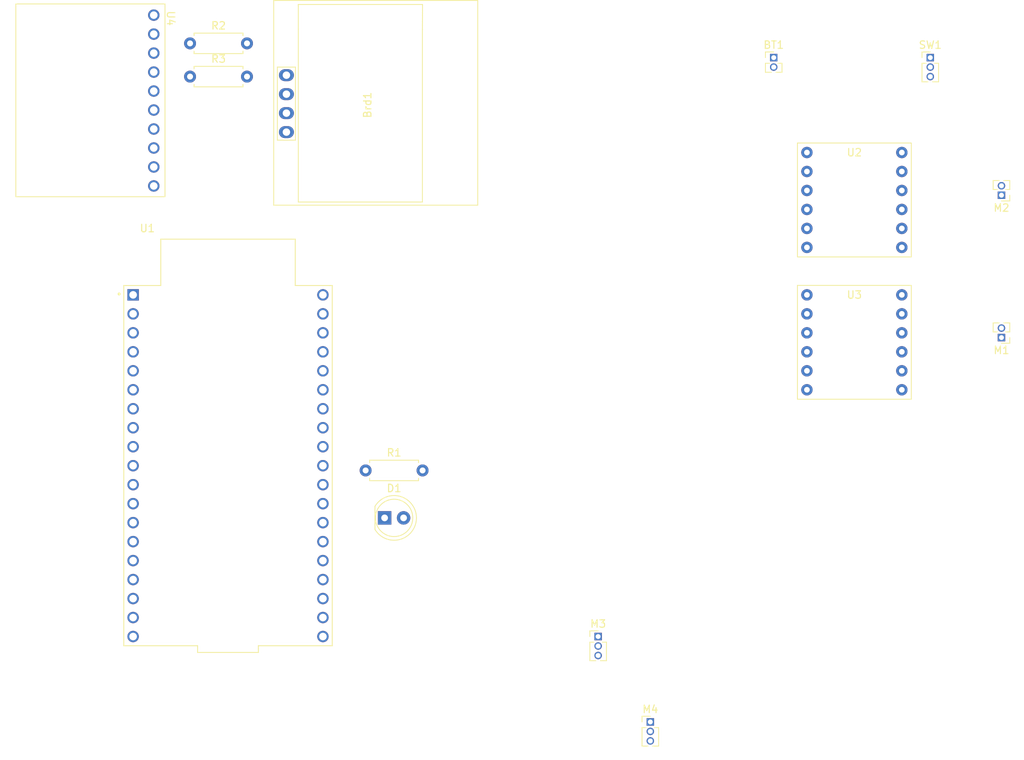
<source format=kicad_pcb>
(kicad_pcb (version 20221018) (generator pcbnew)
  (layers (0 "F.Cu" signal) (31 "B.Cu" signal) (34 "B.Paste" user) (35 "F.Paste" user) (36 "B.SilkS" user "B.Silkscreen") (37 "F.SilkS" user "F.Silkscreen") (38 "B.Mask" user) (39 "F.Mask" user) (44 "Edge.Cuts" user))
  (net 0 "")
  (net 1 "Net-(Brd1-SDA)")
  (net 2 "Net-(Brd1-SCL)")
  (net 3 "GND")
  (net 4 "+3.3V")
  (net 5 "VCC")
  (net 6 "Net-(D1-A)")
  (net 7 "Net-(M1-+)")
  (net 8 "Net-(M1--)")
  (net 9 "Net-(M2-+)")
  (net 10 "Net-(M2--)")
  (net 11 "Net-(M3-PWM)")
  (net 12 "Net-(M4-PWM)")
  (net 13 "Net-(U1-IO5)")
  (net 14 "Net-(U1-IO16)")
  (net 15 "Net-(U1-IO18)")
  (net 21 "Net-(U1-IO25)")
  (net 22 "Net-(U1-IO26)")
  (net 25 "Net-(U1-IO12)")
  (net 26 "Net-(U1-IO13)")
  (net 36 "Net-(U1-IO4)")
  (net 37 "Net-(U1-IO17)")
  (net 38 "Net-(U1-IO19)")
  (net 49 "Net-(BT1-+)")
  (footprint "Connector_PinHeader_1.27mm:PinHeader_1x03_P1.27mm_Vertical" (layer "F.Cu") (at 129.54 132.715)
    (fp_text reference "M4" (at 0 -1.695) (layer "F.SilkS"))
    (fp_text value "SG90")
    (fp_line (start -1.11 -0.76) (end 0 -0.76) (stroke (width 0.12)) (layer "F.SilkS"))
    (fp_line (start -1.11 0) (end -1.11 -0.76) (stroke (width 0.12)) (layer "F.SilkS"))
    (fp_line (start -1.11 0.76) (end -1.11 3.235) (stroke (width 0.12)) (layer "F.SilkS"))
    (fp_line (start -1.11 0.76) (end -0.563471 0.76) (stroke (width 0.12)) (layer "F.SilkS"))
    (fp_line (start -1.11 3.235) (end -0.30753 3.235) (stroke (width 0.12)) (layer "F.SilkS"))
    (fp_line (start 0.30753 3.235) (end 1.11 3.235) (stroke (width 0.12)) (layer "F.SilkS"))
    (fp_line (start 0.563471 0.76) (end 1.11 0.76) (stroke (width 0.12)) (layer "F.SilkS"))
    (fp_line (start 1.11 0.76) (end 1.11 3.235) (stroke (width 0.12)) (layer "F.SilkS"))
    (pad "1" thru_hole rect (at 0 0) (size 1 1) (drill 0.65) (layers "*.Cu" "*.Mask") (net 12 "Net-(M4-PWM)"))
    (pad "2" thru_hole oval (at 0 1.27) (size 1 1) (drill 0.65) (layers "*.Cu" "*.Mask") (net 4 "+3.3V"))
    (pad "3" thru_hole oval (at 0 2.54) (size 1 1) (drill 0.65) (layers "*.Cu" "*.Mask") (net 3 "GND"))
  )
  (footprint "Connector_PinHeader_1.27mm:PinHeader_1x02_P1.27mm_Vertical" (layer "F.Cu") (at 176.53 62.23 180)
    (fp_text reference "M2" (at 0 -1.695) (layer "F.SilkS"))
    (fp_text value "FA-130")
    (fp_line (start -1.11 -0.76) (end 0 -0.76) (stroke (width 0.12)) (layer "F.SilkS"))
    (fp_line (start -1.11 0) (end -1.11 -0.76) (stroke (width 0.12)) (layer "F.SilkS"))
    (fp_line (start -1.11 0.76) (end -1.11 1.965) (stroke (width 0.12)) (layer "F.SilkS"))
    (fp_line (start -1.11 0.76) (end -0.563471 0.76) (stroke (width 0.12)) (layer "F.SilkS"))
    (fp_line (start -1.11 1.965) (end -0.30753 1.965) (stroke (width 0.12)) (layer "F.SilkS"))
    (fp_line (start 0.30753 1.965) (end 1.11 1.965) (stroke (width 0.12)) (layer "F.SilkS"))
    (fp_line (start 0.563471 0.76) (end 1.11 0.76) (stroke (width 0.12)) (layer "F.SilkS"))
    (fp_line (start 1.11 0.76) (end 1.11 1.965) (stroke (width 0.12)) (layer "F.SilkS"))
    (pad "1" thru_hole rect (at 0 0 180) (size 1 1) (drill 0.65) (layers "*.Cu" "*.Mask") (net 9 "Net-(M2-+)"))
    (pad "2" thru_hole oval (at 0 1.27 180) (size 1 1) (drill 0.65) (layers "*.Cu" "*.Mask") (net 10 "Net-(M2--)"))
  )
  (footprint "Connector_PinHeader_1.27mm:PinHeader_1x02_P1.27mm_Vertical" (layer "F.Cu") (at 176.53 81.28 180)
    (fp_text reference "M1" (at 0 -1.695) (layer "F.SilkS"))
    (fp_text value "FA-130")
    (fp_line (start -1.11 -0.76) (end 0 -0.76) (stroke (width 0.12)) (layer "F.SilkS"))
    (fp_line (start -1.11 0) (end -1.11 -0.76) (stroke (width 0.12)) (layer "F.SilkS"))
    (fp_line (start -1.11 0.76) (end -1.11 1.965) (stroke (width 0.12)) (layer "F.SilkS"))
    (fp_line (start -1.11 0.76) (end -0.563471 0.76) (stroke (width 0.12)) (layer "F.SilkS"))
    (fp_line (start -1.11 1.965) (end -0.30753 1.965) (stroke (width 0.12)) (layer "F.SilkS"))
    (fp_line (start 0.30753 1.965) (end 1.11 1.965) (stroke (width 0.12)) (layer "F.SilkS"))
    (fp_line (start 0.563471 0.76) (end 1.11 0.76) (stroke (width 0.12)) (layer "F.SilkS"))
    (fp_line (start 1.11 0.76) (end 1.11 1.965) (stroke (width 0.12)) (layer "F.SilkS"))
    (pad "1" thru_hole rect (at 0 0 180) (size 1 1) (drill 0.65) (layers "*.Cu" "*.Mask") (net 7 "Net-(M1-+)"))
    (pad "2" thru_hole oval (at 0 1.27 180) (size 1 1) (drill 0.65) (layers "*.Cu" "*.Mask") (net 8 "Net-(M1--)"))
  )
  (footprint "ESP32-DEVKITC:MODULE_ESP32-DEVKITC" (layer "F.Cu") (at 73.025 98.415)
    (fp_text reference "U1" (at -10.795 -31.75) (layer "F.SilkS"))
    (fp_text value "ESP32-DEVKITC")
    (fp_line (start -13.95 -24.1) (end -13.95 24.1) (stroke (width 0.127)) (layer "F.SilkS"))
    (fp_line (start -13.95 24.1) (end -4.07 24.1) (stroke (width 0.127)) (layer "F.SilkS"))
    (fp_line (start -9 -30.3) (end 9 -30.3) (stroke (width 0.127)) (layer "F.SilkS"))
    (fp_line (start -9 -24.1) (end -13.95 -24.1) (stroke (width 0.127)) (layer "F.SilkS"))
    (fp_line (start -9 -24.1) (end -9 -30.3) (stroke (width 0.127)) (layer "F.SilkS"))
    (fp_line (start -4.07 24.1) (end -4.07 25) (stroke (width 0.127)) (layer "F.SilkS"))
    (fp_line (start -4.07 25) (end 4.06 25) (stroke (width 0.127)) (layer "F.SilkS"))
    (fp_line (start 4.06 24.1) (end 13.95 24.1) (stroke (width 0.127)) (layer "F.SilkS"))
    (fp_line (start 4.06 25) (end 4.06 24.1) (stroke (width 0.127)) (layer "F.SilkS"))
    (fp_line (start 9 -30.3) (end 9 -24.1) (stroke (width 0.127)) (layer "F.SilkS"))
    (fp_line (start 13.95 -24.1) (end 9 -24.1) (stroke (width 0.127)) (layer "F.SilkS"))
    (fp_line (start 13.95 24.1) (end 13.95 -24.1) (stroke (width 0.127)) (layer "F.SilkS"))
    (fp_circle (center -14.57 -22.97) (end -14.47 -22.97) (stroke (width 0.2)) (fill none) (layer "F.SilkS"))
    (pad "1" thru_hole rect (at -12.7 -22.85) (size 1.53 1.53) (drill 1.02) (layers "*.Cu" "*.Mask") (net 4 "+3.3V"))
    (pad "2" thru_hole circle (at -12.7 -20.31) (size 1.53 1.53) (drill 1.02) (layers "*.Cu" "*.Mask"))
    (pad "3" thru_hole circle (at -12.7 -17.77) (size 1.53 1.53) (drill 1.02) (layers "*.Cu" "*.Mask"))
    (pad "4" thru_hole circle (at -12.7 -15.23) (size 1.53 1.53) (drill 1.02) (layers "*.Cu" "*.Mask"))
    (pad "5" thru_hole circle (at -12.7 -12.69) (size 1.53 1.53) (drill 1.02) (layers "*.Cu" "*.Mask"))
    (pad "6" thru_hole circle (at -12.7 -10.15) (size 1.53 1.53) (drill 1.02) (layers "*.Cu" "*.Mask"))
    (pad "7" thru_hole circle (at -12.7 -7.61) (size 1.53 1.53) (drill 1.02) (layers "*.Cu" "*.Mask") (net 11 "Net-(M3-PWM)"))
    (pad "8" thru_hole circle (at -12.7 -5.07) (size 1.53 1.53) (drill 1.02) (layers "*.Cu" "*.Mask") (net 12 "Net-(M4-PWM)"))
    (pad "9" thru_hole circle (at -12.7 -2.53) (size 1.53 1.53) (drill 1.02) (layers "*.Cu" "*.Mask") (net 21 "Net-(U1-IO25)"))
    (pad "10" thru_hole circle (at -12.7 0.01) (size 1.53 1.53) (drill 1.02) (layers "*.Cu" "*.Mask") (net 22 "Net-(U1-IO26)"))
    (pad "11" thru_hole circle (at -12.7 2.55) (size 1.53 1.53) (drill 1.02) (layers "*.Cu" "*.Mask"))
    (pad "12" thru_hole circle (at -12.7 5.09) (size 1.53 1.53) (drill 1.02) (layers "*.Cu" "*.Mask"))
    (pad "13" thru_hole circle (at -12.7 7.63) (size 1.53 1.53) (drill 1.02) (layers "*.Cu" "*.Mask") (net 25 "Net-(U1-IO12)"))
    (pad "14" thru_hole circle (at -12.7 10.17) (size 1.53 1.53) (drill 1.02) (layers "*.Cu" "*.Mask") (net 3 "GND"))
    (pad "15" thru_hole circle (at -12.7 12.71) (size 1.53 1.53) (drill 1.02) (layers "*.Cu" "*.Mask") (net 26 "Net-(U1-IO13)"))
    (pad "16" thru_hole circle (at -12.7 15.25) (size 1.53 1.53) (drill 1.02) (layers "*.Cu" "*.Mask"))
    (pad "17" thru_hole circle (at -12.7 17.79) (size 1.53 1.53) (drill 1.02) (layers "*.Cu" "*.Mask"))
    (pad "18" thru_hole circle (at -12.7 20.33) (size 1.53 1.53) (drill 1.02) (layers "*.Cu" "*.Mask"))
    (pad "19" thru_hole circle (at -12.7 22.87) (size 1.53 1.53) (drill 1.02) (layers "*.Cu" "*.Mask") (net 5 "VCC"))
    (pad "20" thru_hole circle (at 12.7 22.87) (size 1.53 1.53) (drill 1.02) (layers "*.Cu" "*.Mask"))
    (pad "21" thru_hole circle (at 12.7 20.33) (size 1.53 1.53) (drill 1.02) (layers "*.Cu" "*.Mask"))
    (pad "22" thru_hole circle (at 12.7 17.79) (size 1.53 1.53) (drill 1.02) (layers "*.Cu" "*.Mask"))
    (pad "23" thru_hole circle (at 12.7 15.25) (size 1.53 1.53) (drill 1.02) (layers "*.Cu" "*.Mask"))
    (pad "24" thru_hole circle (at 12.7 12.71) (size 1.53 1.53) (drill 1.02) (layers "*.Cu" "*.Mask"))
    (pad "25" thru_hole circle (at 12.7 10.17) (size 1.53 1.53) (drill 1.02) (layers "*.Cu" "*.Mask"))
    (pad "26" thru_hole circle (at 12.7 7.63) (size 1.53 1.53) (drill 1.02) (layers "*.Cu" "*.Mask") (net 36 "Net-(U1-IO4)"))
    (pad "27" thru_hole circle (at 12.7 5.09) (size 1.53 1.53) (drill 1.02) (layers "*.Cu" "*.Mask") (net 14 "Net-(U1-IO16)"))
    (pad "28" thru_hole circle (at 12.7 2.55) (size 1.53 1.53) (drill 1.02) (layers "*.Cu" "*.Mask") (net 37 "Net-(U1-IO17)"))
    (pad "29" thru_hole circle (at 12.7 0.01) (size 1.53 1.53) (drill 1.02) (layers "*.Cu" "*.Mask") (net 13 "Net-(U1-IO5)"))
    (pad "30" thru_hole circle (at 12.7 -2.53) (size 1.53 1.53) (drill 1.02) (layers "*.Cu" "*.Mask") (net 15 "Net-(U1-IO18)"))
    (pad "31" thru_hole circle (at 12.7 -5.07) (size 1.53 1.53) (drill 1.02) (layers "*.Cu" "*.Mask") (net 38 "Net-(U1-IO19)"))
    (pad "32" thru_hole circle (at 12.7 -7.61) (size 1.53 1.53) (drill 1.02) (layers "*.Cu" "*.Mask") (net 3 "GND"))
    (pad "33" thru_hole circle (at 12.7 -10.15) (size 1.53 1.53) (drill 1.02) (layers "*.Cu" "*.Mask") (net 1 "Net-(Brd1-SDA)"))
    (pad "34" thru_hole circle (at 12.7 -12.69) (size 1.53 1.53) (drill 1.02) (layers "*.Cu" "*.Mask"))
    (pad "35" thru_hole circle (at 12.7 -15.23) (size 1.53 1.53) (drill 1.02) (layers "*.Cu" "*.Mask"))
    (pad "36" thru_hole circle (at 12.7 -17.77) (size 1.53 1.53) (drill 1.02) (layers "*.Cu" "*.Mask") (net 2 "Net-(Brd1-SCL)"))
    (pad "37" thru_hole circle (at 12.7 -20.31) (size 1.53 1.53) (drill 1.02) (layers "*.Cu" "*.Mask"))
    (pad "38" thru_hole circle (at 12.7 -22.85) (size 1.53 1.53) (drill 1.02) (layers "*.Cu" "*.Mask"))
  )
  (footprint "SSD1306:128x64OLED" (layer "F.Cu") (at 91.44 50.165 90)
    (fp_text reference "Brd1" (at 0 0.254 90) (layer "F.SilkS"))
    (fp_text value "SSD1306")
    (fp_line (start -13.4 -12.3) (end 14 -12.3) (stroke (width 0.12)) (layer "F.SilkS"))
    (fp_line (start -13.4 15) (end -13.4 -12.3) (stroke (width 0.12)) (layer "F.SilkS"))
    (fp_line (start -12.978 -9.005) (end 10.122 -9.005) (stroke (width 0.12)) (layer "F.SilkS"))
    (fp_line (start -12.978 7.595) (end -12.978 -9.005) (stroke (width 0.12)) (layer "F.SilkS"))
    (fp_line (start -4.699 -11.811) (end -4.699 -9.398) (stroke (width 0.12)) (layer "F.SilkS"))
    (fp_line (start -4.699 -11.811) (end 5.08 -11.811) (stroke (width 0.12)) (layer "F.SilkS"))
    (fp_line (start 5.08 -11.811) (end 5.08 -9.398) (stroke (width 0.12)) (layer "F.SilkS"))
    (fp_line (start 5.08 -9.398) (end -4.699 -9.398) (stroke (width 0.12)) (layer "F.SilkS"))
    (fp_line (start 10.122 -9.005) (end 13.208 -9.005) (stroke (width 0.12)) (layer "F.SilkS"))
    (fp_line (start 10.122 7.595) (end -12.978 7.595) (stroke (width 0.12)) (layer "F.SilkS"))
    (fp_line (start 10.122 7.595) (end 13.462 7.62) (stroke (width 0.12)) (layer "F.SilkS"))
    (fp_line (start 13.462 -9.017) (end 13.208 -9.005) (stroke (width 0.12)) (layer "F.SilkS"))
    (fp_line (start 13.462 7.62) (end 13.462 -9.017) (stroke (width 0.12)) (layer "F.SilkS"))
    (fp_line (start 14 -12.3) (end 14 15) (stroke (width 0.12)) (layer "F.SilkS"))
    (fp_line (start 14 15) (end -13.4 15) (stroke (width 0.12)) (layer "F.SilkS"))
    (pad "1" thru_hole oval (at -3.62 -10.6 180) (size 2 1.6) (drill 1) (layers "*.Cu" "*.Mask") (net 3 "GND"))
    (pad "2" thru_hole oval (at -1.08 -10.6 180) (size 2 1.6) (drill 1) (layers "*.Cu" "*.Mask") (net 4 "+3.3V"))
    (pad "3" thru_hole oval (at 1.46 -10.6 180) (size 2 1.6) (drill 1) (layers "*.Cu" "*.Mask") (net 2 "Net-(Brd1-SCL)"))
    (pad "4" thru_hole oval (at 4 -10.6 180) (size 2 1.6) (drill 1) (layers "*.Cu" "*.Mask") (net 1 "Net-(Brd1-SDA)"))
  )
  (footprint "Resistor_THT:R_Axial_DIN0207_L6.3mm_D2.5mm_P7.62mm_Horizontal" (layer "F.Cu") (at 67.945 41.91)
    (fp_text reference "R2" (at 3.81 -2.37) (layer "F.SilkS"))
    (fp_text value "10kΩ")
    (fp_line (start 0.54 -1.37) (end 7.08 -1.37) (stroke (width 0.12)) (layer "F.SilkS"))
    (fp_line (start 0.54 -1.04) (end 0.54 -1.37) (stroke (width 0.12)) (layer "F.SilkS"))
    (fp_line (start 0.54 1.04) (end 0.54 1.37) (stroke (width 0.12)) (layer "F.SilkS"))
    (fp_line (start 0.54 1.37) (end 7.08 1.37) (stroke (width 0.12)) (layer "F.SilkS"))
    (fp_line (start 7.08 -1.37) (end 7.08 -1.04) (stroke (width 0.12)) (layer "F.SilkS"))
    (fp_line (start 7.08 1.37) (end 7.08 1.04) (stroke (width 0.12)) (layer "F.SilkS"))
    (pad "1" thru_hole circle (at 0 0) (size 1.6 1.6) (drill 0.8) (layers "*.Cu" "*.Mask") (net 4 "+3.3V"))
    (pad "2" thru_hole oval (at 7.62 0) (size 1.6 1.6) (drill 0.8) (layers "*.Cu" "*.Mask") (net 14 "Net-(U1-IO16)"))
  )
  (footprint "Resistor_THT:R_Axial_DIN0207_L6.3mm_D2.5mm_P7.62mm_Horizontal" (layer "F.Cu") (at 91.44 99.06)
    (fp_text reference "R1" (at 3.81 -2.37) (layer "F.SilkS"))
    (fp_text value "330Ω")
    (fp_line (start 0.54 -1.37) (end 7.08 -1.37) (stroke (width 0.12)) (layer "F.SilkS"))
    (fp_line (start 0.54 -1.04) (end 0.54 -1.37) (stroke (width 0.12)) (layer "F.SilkS"))
    (fp_line (start 0.54 1.04) (end 0.54 1.37) (stroke (width 0.12)) (layer "F.SilkS"))
    (fp_line (start 0.54 1.37) (end 7.08 1.37) (stroke (width 0.12)) (layer "F.SilkS"))
    (fp_line (start 7.08 -1.37) (end 7.08 -1.04) (stroke (width 0.12)) (layer "F.SilkS"))
    (fp_line (start 7.08 1.37) (end 7.08 1.04) (stroke (width 0.12)) (layer "F.SilkS"))
    (pad "1" thru_hole circle (at 0 0) (size 1.6 1.6) (drill 0.8) (layers "*.Cu" "*.Mask") (net 13 "Net-(U1-IO5)"))
    (pad "2" thru_hole oval (at 7.62 0) (size 1.6 1.6) (drill 0.8) (layers "*.Cu" "*.Mask") (net 6 "Net-(D1-A)"))
  )
  (footprint "SWITCH_SCIENCE:BD65496MUV" (layer "F.Cu") (at 156.845 62.865)
    (fp_text reference "U2" (at 0 -6.35 unlocked) (layer "F.SilkS"))
    (fp_text value "BD65496MUV")
    (fp_rect (start -7.62 -7.62) (end 7.62 7.62) (stroke (width 0.12)) (fill none) (layer "F.SilkS"))
    (pad "1" thru_hole circle (at -6.35 -6.35) (size 1.524 1.524) (drill 0.762) (layers "*.Cu" "*.Mask") (net 4 "+3.3V"))
    (pad "2" thru_hole circle (at -6.35 -3.81) (size 1.524 1.524) (drill 0.762) (layers "*.Cu" "*.Mask"))
    (pad "3" thru_hole circle (at -6.35 -1.27) (size 1.524 1.524) (drill 0.762) (layers "*.Cu" "*.Mask"))
    (pad "4" thru_hole circle (at -6.35 1.27) (size 1.524 1.524) (drill 0.762) (layers "*.Cu" "*.Mask") (net 25 "Net-(U1-IO12)"))
    (pad "5" thru_hole circle (at -6.35 3.81) (size 1.524 1.524) (drill 0.762) (layers "*.Cu" "*.Mask") (net 26 "Net-(U1-IO13)"))
    (pad "6" thru_hole circle (at -6.35 6.35) (size 1.524 1.524) (drill 0.762) (layers "*.Cu" "*.Mask") (net 4 "+3.3V"))
    (pad "7" thru_hole circle (at 6.35 -6.35) (size 1.524 1.524) (drill 0.762) (layers "*.Cu" "*.Mask") (net 4 "+3.3V"))
    (pad "8" thru_hole circle (at 6.35 -3.81) (size 1.524 1.524) (drill 0.762) (layers "*.Cu" "*.Mask") (net 3 "GND"))
    (pad "9" thru_hole circle (at 6.35 -1.27) (size 1.524 1.524) (drill 0.762) (layers "*.Cu" "*.Mask") (net 10 "Net-(M2--)"))
    (pad "10" thru_hole circle (at 6.35 1.27) (size 1.524 1.524) (drill 0.762) (layers "*.Cu" "*.Mask") (net 9 "Net-(M2-+)"))
    (pad "11" thru_hole circle (at 6.35 3.81) (size 1.524 1.524) (drill 0.762) (layers "*.Cu" "*.Mask") (net 5 "VCC"))
    (pad "12" thru_hole circle (at 6.35 6.35) (size 1.524 1.524) (drill 0.762) (layers "*.Cu" "*.Mask") (net 3 "GND"))
  )
  (footprint "LED_THT:LED_D5.0mm" (layer "F.Cu") (at 93.98 105.41)
    (fp_text reference "D1" (at 1.27 -3.96) (layer "F.SilkS"))
    (fp_text value "LED")
    (fp_line (start -1.29 -1.545) (end -1.29 1.545) (stroke (width 0.12)) (layer "F.SilkS"))
    (fp_arc (start -1.29 -1.54483) (mid 2.072002 -2.880433) (end 4.26 0.000462) (stroke (width 0.12)) (layer "F.SilkS"))
    (fp_arc (start 4.26 -0.000462) (mid 2.072002 2.880433) (end -1.29 1.54483) (stroke (width 0.12)) (layer "F.SilkS"))
    (fp_circle (center 1.27 0) (end 3.77 0) (stroke (width 0.12)) (fill none) (layer "F.SilkS"))
    (pad "1" thru_hole rect (at 0 0) (size 1.8 1.8) (drill 0.9) (layers "*.Cu" "*.Mask") (net 3 "GND"))
    (pad "2" thru_hole circle (at 2.54 0) (size 1.8 1.8) (drill 0.9) (layers "*.Cu" "*.Mask") (net 6 "Net-(D1-A)"))
  )
  (footprint "Connector_PinHeader_1.27mm:PinHeader_1x03_P1.27mm_Vertical" (layer "F.Cu") (at 167.005 43.815)
    (fp_text reference "SW1" (at 0 -1.695) (layer "F.SilkS"))
    (fp_text value "SW_SPST")
    (fp_line (start -1.11 -0.76) (end 0 -0.76) (stroke (width 0.12)) (layer "F.SilkS"))
    (fp_line (start -1.11 0) (end -1.11 -0.76) (stroke (width 0.12)) (layer "F.SilkS"))
    (fp_line (start -1.11 0.76) (end -1.11 3.235) (stroke (width 0.12)) (layer "F.SilkS"))
    (fp_line (start -1.11 0.76) (end -0.563471 0.76) (stroke (width 0.12)) (layer "F.SilkS"))
    (fp_line (start -1.11 3.235) (end -0.30753 3.235) (stroke (width 0.12)) (layer "F.SilkS"))
    (fp_line (start 0.30753 3.235) (end 1.11 3.235) (stroke (width 0.12)) (layer "F.SilkS"))
    (fp_line (start 0.563471 0.76) (end 1.11 0.76) (stroke (width 0.12)) (layer "F.SilkS"))
    (fp_line (start 1.11 0.76) (end 1.11 3.235) (stroke (width 0.12)) (layer "F.SilkS"))
    (pad "1" thru_hole rect (at 0 0) (size 1 1) (drill 0.65) (layers "*.Cu" "*.Mask") (net 5 "VCC"))
    (pad "2" thru_hole oval (at 0 1.27) (size 1 1) (drill 0.65) (layers "*.Cu" "*.Mask") (net 49 "Net-(BT1-+)"))
    (pad "3" thru_hole oval (at 0 2.54) (size 1 1) (drill 0.65) (layers "*.Cu" "*.Mask"))
  )
  (footprint "Connector_PinHeader_1.27mm:PinHeader_1x03_P1.27mm_Vertical" (layer "F.Cu") (at 122.555 121.285)
    (fp_text reference "M3" (at 0 -1.695) (layer "F.SilkS"))
    (fp_text value "SG90")
    (fp_line (start -1.11 -0.76) (end 0 -0.76) (stroke (width 0.12)) (layer "F.SilkS"))
    (fp_line (start -1.11 0) (end -1.11 -0.76) (stroke (width 0.12)) (layer "F.SilkS"))
    (fp_line (start -1.11 0.76) (end -1.11 3.235) (stroke (width 0.12)) (layer "F.SilkS"))
    (fp_line (start -1.11 0.76) (end -0.563471 0.76) (stroke (width 0.12)) (layer "F.SilkS"))
    (fp_line (start -1.11 3.235) (end -0.30753 3.235) (stroke (width 0.12)) (layer "F.SilkS"))
    (fp_line (start 0.30753 3.235) (end 1.11 3.235) (stroke (width 0.12)) (layer "F.SilkS"))
    (fp_line (start 0.563471 0.76) (end 1.11 0.76) (stroke (width 0.12)) (layer "F.SilkS"))
    (fp_line (start 1.11 0.76) (end 1.11 3.235) (stroke (width 0.12)) (layer "F.SilkS"))
    (pad "1" thru_hole rect (at 0 0) (size 1 1) (drill 0.65) (layers "*.Cu" "*.Mask") (net 11 "Net-(M3-PWM)"))
    (pad "2" thru_hole oval (at 0 1.27) (size 1 1) (drill 0.65) (layers "*.Cu" "*.Mask") (net 4 "+3.3V"))
    (pad "3" thru_hole oval (at 0 2.54) (size 1 1) (drill 0.65) (layers "*.Cu" "*.Mask") (net 3 "GND"))
  )
  (footprint "SWITCH_SCIENCE:BD65496MUV" (layer "F.Cu") (at 156.845 81.915)
    (fp_text reference "U3" (at 0 -6.35 unlocked) (layer "F.SilkS"))
    (fp_text value "BD65496MUV")
    (fp_rect (start -7.62 -7.62) (end 7.62 7.62) (stroke (width 0.12)) (fill none) (layer "F.SilkS"))
    (pad "1" thru_hole circle (at -6.35 -6.35) (size 1.524 1.524) (drill 0.762) (layers "*.Cu" "*.Mask") (net 4 "+3.3V"))
    (pad "2" thru_hole circle (at -6.35 -3.81) (size 1.524 1.524) (drill 0.762) (layers "*.Cu" "*.Mask"))
    (pad "3" thru_hole circle (at -6.35 -1.27) (size 1.524 1.524) (drill 0.762) (layers "*.Cu" "*.Mask"))
    (pad "4" thru_hole circle (at -6.35 1.27) (size 1.524 1.524) (drill 0.762) (layers "*.Cu" "*.Mask") (net 21 "Net-(U1-IO25)"))
    (pad "5" thru_hole circle (at -6.35 3.81) (size 1.524 1.524) (drill 0.762) (layers "*.Cu" "*.Mask") (net 22 "Net-(U1-IO26)"))
    (pad "6" thru_hole circle (at -6.35 6.35) (size 1.524 1.524) (drill 0.762) (layers "*.Cu" "*.Mask") (net 4 "+3.3V"))
    (pad "7" thru_hole circle (at 6.35 -6.35) (size 1.524 1.524) (drill 0.762) (layers "*.Cu" "*.Mask") (net 4 "+3.3V"))
    (pad "8" thru_hole circle (at 6.35 -3.81) (size 1.524 1.524) (drill 0.762) (layers "*.Cu" "*.Mask") (net 3 "GND"))
    (pad "9" thru_hole circle (at 6.35 -1.27) (size 1.524 1.524) (drill 0.762) (layers "*.Cu" "*.Mask") (net 8 "Net-(M1--)"))
    (pad "10" thru_hole circle (at 6.35 1.27) (size 1.524 1.524) (drill 0.762) (layers "*.Cu" "*.Mask") (net 7 "Net-(M1-+)"))
    (pad "11" thru_hole circle (at 6.35 3.81) (size 1.524 1.524) (drill 0.762) (layers "*.Cu" "*.Mask") (net 5 "VCC"))
    (pad "12" thru_hole circle (at 6.35 6.35) (size 1.524 1.524) (drill 0.762) (layers "*.Cu" "*.Mask") (net 3 "GND"))
  )
  (footprint "Akizuki_Library:microSD-DIP-Kit" (layer "F.Cu") (at 64.36 49.56 -90)
    (fp_text reference "U4" (at -11 -1 -90 unlocked) (layer "F.SilkS"))
    (fp_text value "microSD-DIP-KIT")
    (fp_rect (start -12.93 -0.23) (end 12.87 19.73) (stroke (width 0.12)) (fill none) (layer "F.SilkS"))
    (pad "1" thru_hole circle (at 11.43 1.27 270) (size 1.53 1.53) (drill 1.02) (layers "*.Cu" "*.Mask"))
    (pad "2" thru_hole circle (at 8.89 1.27 270) (size 1.53 1.53) (drill 1.02) (layers "*.Cu" "*.Mask") (net 14 "Net-(U1-IO16)"))
    (pad "3" thru_hole circle (at 6.35 1.27 270) (size 1.53 1.53) (drill 1.02) (layers "*.Cu" "*.Mask") (net 37 "Net-(U1-IO17)"))
    (pad "4" thru_hole circle (at 3.81 1.27 270) (size 1.53 1.53) (drill 1.02) (layers "*.Cu" "*.Mask") (net 4 "+3.3V"))
    (pad "5" thru_hole circle (at 1.27 1.27 270) (size 1.53 1.53) (drill 1.02) (layers "*.Cu" "*.Mask") (net 15 "Net-(U1-IO18)"))
    (pad "6" thru_hole circle (at -1.27 1.27 270) (size 1.53 1.53) (drill 1.02) (layers "*.Cu" "*.Mask") (net 3 "GND"))
    (pad "7" thru_hole circle (at -3.81 1.27 270) (size 1.53 1.53) (drill 1.02) (layers "*.Cu" "*.Mask") (net 38 "Net-(U1-IO19)"))
    (pad "8" thru_hole circle (at -6.35 1.27 270) (size 1.53 1.53) (drill 1.02) (layers "*.Cu" "*.Mask"))
    (pad "9" thru_hole circle (at -8.89 1.27 270) (size 1.53 1.53) (drill 1.02) (layers "*.Cu" "*.Mask") (net 3 "GND"))
    (pad "10" thru_hole circle (at -11.43 1.27 270) (size 1.53 1.53) (drill 1.02) (layers "*.Cu" "*.Mask") (net 36 "Net-(U1-IO4)"))
  )
  (footprint "Resistor_THT:R_Axial_DIN0207_L6.3mm_D2.5mm_P7.62mm_Horizontal" (layer "F.Cu") (at 67.945 46.355)
    (fp_text reference "R3" (at 3.81 -2.37) (layer "F.SilkS"))
    (fp_text value "10kΩ")
    (fp_line (start 0.54 -1.37) (end 7.08 -1.37) (stroke (width 0.12)) (layer "F.SilkS"))
    (fp_line (start 0.54 -1.04) (end 0.54 -1.37) (stroke (width 0.12)) (layer "F.SilkS"))
    (fp_line (start 0.54 1.04) (end 0.54 1.37) (stroke (width 0.12)) (layer "F.SilkS"))
    (fp_line (start 0.54 1.37) (end 7.08 1.37) (stroke (width 0.12)) (layer "F.SilkS"))
    (fp_line (start 7.08 -1.37) (end 7.08 -1.04) (stroke (width 0.12)) (layer "F.SilkS"))
    (fp_line (start 7.08 1.37) (end 7.08 1.04) (stroke (width 0.12)) (layer "F.SilkS"))
    (pad "1" thru_hole circle (at 0 0) (size 1.6 1.6) (drill 0.8) (layers "*.Cu" "*.Mask") (net 4 "+3.3V"))
    (pad "2" thru_hole oval (at 7.62 0) (size 1.6 1.6) (drill 0.8) (layers "*.Cu" "*.Mask") (net 15 "Net-(U1-IO18)"))
  )
  (footprint "Connector_PinHeader_1.27mm:PinHeader_1x02_P1.27mm_Vertical" (layer "F.Cu") (at 146.05 43.815)
    (fp_text reference "BT1" (at 0 -1.695) (layer "F.SilkS"))
    (fp_text value "3.7V LP603449 1100mAh")
    (fp_line (start -1.11 -0.76) (end 0 -0.76) (stroke (width 0.12)) (layer "F.SilkS"))
    (fp_line (start -1.11 0) (end -1.11 -0.76) (stroke (width 0.12)) (layer "F.SilkS"))
    (fp_line (start -1.11 0.76) (end -1.11 1.965) (stroke (width 0.12)) (layer "F.SilkS"))
    (fp_line (start -1.11 0.76) (end -0.563471 0.76) (stroke (width 0.12)) (layer "F.SilkS"))
    (fp_line (start -1.11 1.965) (end -0.30753 1.965) (stroke (width 0.12)) (layer "F.SilkS"))
    (fp_line (start 0.30753 1.965) (end 1.11 1.965) (stroke (width 0.12)) (layer "F.SilkS"))
    (fp_line (start 0.563471 0.76) (end 1.11 0.76) (stroke (width 0.12)) (layer "F.SilkS"))
    (fp_line (start 1.11 0.76) (end 1.11 1.965) (stroke (width 0.12)) (layer "F.SilkS"))
    (pad "1" thru_hole rect (at 0 0) (size 1 1) (drill 0.65) (layers "*.Cu" "*.Mask") (net 49 "Net-(BT1-+)"))
    (pad "2" thru_hole oval (at 0 1.27) (size 1 1) (drill 0.65) (layers "*.Cu" "*.Mask") (net 3 "GND"))
  )
)
</source>
